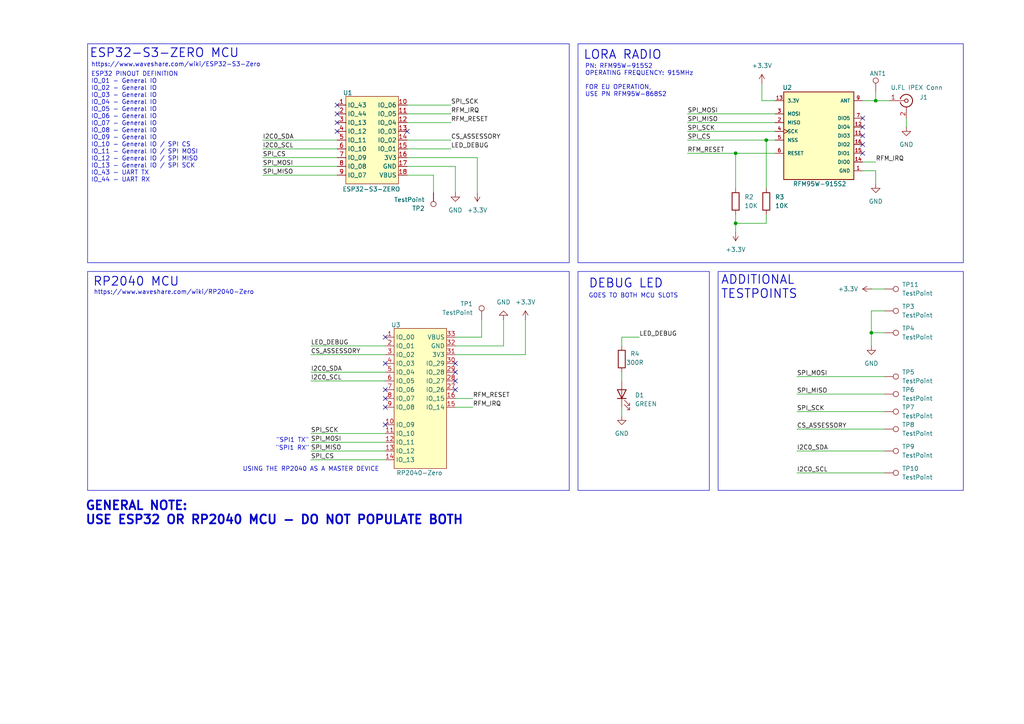
<source format=kicad_sch>
(kicad_sch (version 20250114) (generator "eeschema") (generator_version "9.0")
  (paper "A4")
  (title_block (title "Retia LoRa Nibble - Dual Micro") (date "2025-07-26") (rev "01") (company "Retia.io"))
  (lib_symbols
    (symbol "Connector:Conn_Coaxial" (pin_names (offset 1.016) (hide yes))
      (property "Reference" "J" (at 0.254 3.048 0))
      (property "Value" "Conn_Coaxial" (at 2.921 0 90))
      (symbol "Conn_Coaxial_0_1"
        (polyline (pts (xy -2.54 0) (xy -0.508 0)))
        (arc (start 1.778 0) (mid 0.222 -1.8079) (end -1.778 -0.508) (stroke (width 0.254)))
        (arc (start -1.778 0.508) (mid 0.2221 1.8084) (end 1.778 0) (stroke (width 0.254)))
        (circle (center 0 0) (radius 0.508) (stroke (width 0.2032)))
        (polyline (pts (xy 0 -2.54) (xy 0 -1.778)))
      )
      (symbol "Conn_Coaxial_1_1"
        (pin passive line (at -5.08 0 0) (length 2.54) (name "In") (number "1"))
        (pin passive line (at 0 -5.08 90) (length 2.54) (name "Ext") (number "2"))
      )
    )
    (symbol "Connector:TestPoint" (pin_numbers (hide yes)) (pin_names (offset 0.762) (hide yes))
      (property "Reference" "TP" (at 0 6.858 0))
      (property "Value" "TestPoint" (at 0 5.08 0))
      (symbol "TestPoint_0_1"
        (circle (center 0 3.302) (radius 0.762))
      )
      (symbol "TestPoint_1_1"
        (pin passive line (at 0 0 90) (length 2.54) (name "1") (number "1"))
      )
    )
    (symbol "Device:LED" (pin_numbers (hide yes)) (pin_names (offset 1.016) (hide yes))
      (property "Reference" "D" (at 0 2.54 0))
      (property "Value" "LED" (at 0 -2.54 0))
      (symbol "LED_0_1"
        (polyline (pts (xy -3.048 -0.762) (xy -4.572 -2.286) (xy -3.81 -2.286) (xy -4.572 -2.286) (xy -4.572 -1.524)))
        (polyline (pts (xy -1.778 -0.762) (xy -3.302 -2.286) (xy -2.54 -2.286) (xy -3.302 -2.286) (xy -3.302 -1.524)))
        (polyline (pts (xy -1.27 0) (xy 1.27 0)))
        (polyline (pts (xy -1.27 -1.27) (xy -1.27 1.27)) (stroke (width 0.254)))
        (polyline (pts (xy 1.27 -1.27) (xy 1.27 1.27) (xy -1.27 0) (xy 1.27 -1.27)) (stroke (width 0.254)))
      )
      (symbol "LED_1_1"
        (pin passive line (at -3.81 0 0) (length 2.54) (name "K") (number "1"))
        (pin passive line (at 3.81 0 180) (length 2.54) (name "A") (number "2"))
      )
    )
    (symbol "Device:R" (pin_numbers (hide yes)) (pin_names (offset 0))
      (property "Reference" "R" (at 2.032 0 90))
      (property "Value" "R" (at 0 0 90))
      (symbol "R_0_1"
        (rectangle (start -1.016 -2.54) (end 1.016 2.54) (stroke (width 0.254)))
      )
      (symbol "R_1_1"
        (pin passive line (at 0 3.81 270) (length 1.27) (name "~") (number "1"))
        (pin passive line (at 0 -3.81 90) (length 1.27) (name "~") (number "2"))
      )
    )
    (symbol "power:+3.3V" (power) (pin_numbers (hide yes)) (pin_names (offset 0) (hide yes))
      (property "Value" "+3.3V" (at 0 3.556 0))
      (symbol "+3.3V_0_1"
        (polyline (pts (xy -0.762 1.27) (xy 0 2.54)))
        (polyline (pts (xy 0 2.54) (xy 0.762 1.27)))
        (polyline (pts (xy 0 0) (xy 0 2.54)))
      )
      (symbol "+3.3V_1_1"
        (pin power_in line (at 0 0 90) (length 0) (name "~") (number "1"))
      )
    )
    (symbol "power:GND" (power) (pin_numbers (hide yes)) (pin_names (offset 0) (hide yes))
      (property "Value" "GND" (at 0 -3.81 0))
      (symbol "GND_0_1"
        (polyline (pts (xy 0 0) (xy 0 -1.27) (xy 1.27 -1.27) (xy 0 -2.54) (xy -1.27 -1.27) (xy 0 -1.27)))
      )
      (symbol "GND_1_1"
        (pin power_in line (at 0 0 270) (length 0) (name "~") (number "1"))
      )
    )
    (symbol "retia_component_library:rfsolutions_RFM95W-915S2" (pin_names (offset 1.016))
      (property "Reference" "U" (at -11.684 23.622 0))
      (property "Value" "RFM95W-915S2" (at -11.176 -2.032 0))
      (symbol "rfsolutions_RFM95W-915S2_0_0"
        (rectangle (start -11.43 22.86) (end 8.89 -2.54) (stroke (width 0.254)) (fill (type background)))
      )
      (symbol "rfsolutions_RFM95W-915S2_1_0"
        (pin power_in line (at -13.97 20.32 0) (length 2.54) (name "3.3V") (number "13"))
        (pin output line (at -13.97 16.51 0) (length 2.54) (name "MOSI") (number "3"))
        (pin input line (at -13.97 13.97 0) (length 2.54) (name "MISO") (number "2"))
        (pin input clock (at -13.97 11.43 0) (length 2.54) (name "SCK") (number "4"))
        (pin input line (at -13.97 8.89 0) (length 2.54) (name "NSS") (number "5"))
        (pin bidirectional line (at -13.97 5.08 0) (length 2.54) (name "RESET") (number "6"))
        (pin bidirectional line (at 11.43 20.32 180) (length 2.54) (name "ANT") (number "9"))
        (pin bidirectional line (at 11.43 15.24 180) (length 2.54) (name "DIO5") (number "7"))
        (pin bidirectional line (at 11.43 12.7 180) (length 2.54) (name "DIO4") (number "12"))
        (pin bidirectional line (at 11.43 10.16 180) (length 2.54) (name "DIO3") (number "11"))
        (pin bidirectional line (at 11.43 7.62 180) (length 2.54) (name "DIO2") (number "16"))
        (pin bidirectional line (at 11.43 5.08 180) (length 2.54) (name "DIO1") (number "15"))
        (pin bidirectional line (at 11.43 2.54 180) (length 2.54) (name "DIO0") (number "14"))
        (pin power_in line (at 11.43 0 180) (length 2.54) (name "GND") (number "1"))
        (pin power_in line (at 11.43 0 180) (length 2.54) (hide yes) (name "GND") (number "10"))
        (pin power_in line (at 11.43 0 180) (length 2.54) (hide yes) (name "GND") (number "8"))
      )
    )
    (symbol "retia_component_library:waveshare_esp32_s3_zero"
      (property "Reference" "U" (at -7.112 13.716 0))
      (property "Value" "ESP32-S3-ZERO" (at 0.254 -13.97 0))
      (symbol "waveshare_esp32_s3_zero_1_1"
        (rectangle (start -7.62 12.7) (end 7.62 -12.7) (fill (type background)))
        (pin input line (at -10.16 10.16 0) (length 2.54) (name "IO_43") (number "1"))
        (pin input line (at -10.16 7.62 0) (length 2.54) (name "IO_44") (number "2"))
        (pin input line (at -10.16 5.08 0) (length 2.54) (name "IO_13") (number "3"))
        (pin input line (at -10.16 2.54 0) (length 2.54) (name "IO_12") (number "4"))
        (pin input line (at -10.16 0 0) (length 2.54) (name "IO_11") (number "5"))
        (pin input line (at -10.16 -2.54 0) (length 2.54) (name "IO_10") (number "6"))
        (pin input line (at -10.16 -5.08 0) (length 2.54) (name "IO_09") (number "7"))
        (pin input line (at -10.16 -7.62 0) (length 2.54) (name "IO_08") (number "8"))
        (pin input line (at -10.16 -10.16 0) (length 2.54) (name "IO_07") (number "9"))
        (pin input line (at 10.16 10.16 180) (length 2.54) (name "IO_06") (number "10"))
        (pin input line (at 10.16 7.62 180) (length 2.54) (name "IO_05") (number "11"))
        (pin input line (at 10.16 5.08 180) (length 2.54) (name "IO_04") (number "12"))
        (pin input line (at 10.16 2.54 180) (length 2.54) (name "IO_03") (number "13"))
        (pin input line (at 10.16 0 180) (length 2.54) (name "IO_02") (number "14"))
        (pin input line (at 10.16 -2.54 180) (length 2.54) (name "IO_01") (number "15"))
        (pin input line (at 10.16 -5.08 180) (length 2.54) (name "3V3") (number "16"))
        (pin input line (at 10.16 -7.62 180) (length 2.54) (name "GND") (number "17"))
        (pin input line (at 10.16 -10.16 180) (length 2.54) (name "VBUS") (number "18"))
      )
    )
    (symbol "retia_component_library:waveshare_rp2040_zero"
      (property "Reference" "U" (at -7.112 13.716 0))
      (property "Value" "RP2040-Zero" (at 0.254 -29.21 0))
      (symbol "waveshare_rp2040_zero_1_1"
        (rectangle (start -7.62 12.7) (end 7.62 -27.94) (fill (type background)))
        (pin input line (at -10.16 10.16 0) (length 2.54) (name "IO_00") (number "1"))
        (pin input line (at -10.16 7.62 0) (length 2.54) (name "IO_01") (number "2"))
        (pin input line (at -10.16 5.08 0) (length 2.54) (name "IO_02") (number "3"))
        (pin input line (at -10.16 2.54 0) (length 2.54) (name "IO_03") (number "4"))
        (pin input line (at -10.16 0 0) (length 2.54) (name "IO_04") (number "5"))
        (pin input line (at -10.16 -2.54 0) (length 2.54) (name "IO_05") (number "6"))
        (pin input line (at -10.16 -5.08 0) (length 2.54) (name "IO_06") (number "7"))
        (pin input line (at -10.16 -7.62 0) (length 2.54) (name "IO_07") (number "8"))
        (pin input line (at -10.16 -10.16 0) (length 2.54) (name "IO_08") (number "9"))
        (pin input line (at -10.16 -15.24 0) (length 2.54) (name "IO_09") (number "10"))
        (pin input line (at -10.16 -17.78 0) (length 2.54) (name "IO_10") (number "11"))
        (pin input line (at -10.16 -20.32 0) (length 2.54) (name "IO_11") (number "12"))
        (pin input line (at -10.16 -22.86 0) (length 2.54) (name "IO_12") (number "13"))
        (pin input line (at -10.16 -25.4 0) (length 2.54) (name "IO_13") (number "14"))
        (pin input line (at 10.16 10.16 180) (length 2.54) (name "VBUS") (number "33"))
        (pin input line (at 10.16 7.62 180) (length 2.54) (name "GND") (number "32"))
        (pin input line (at 10.16 5.08 180) (length 2.54) (name "3V3") (number "31"))
        (pin input line (at 10.16 2.54 180) (length 2.54) (name "IO_29") (number "30"))
        (pin input line (at 10.16 0 180) (length 2.54) (name "IO_28") (number "29"))
        (pin input line (at 10.16 -2.54 180) (length 2.54) (name "IO_27") (number "28"))
        (pin input line (at 10.16 -5.08 180) (length 2.54) (name "IO_26") (number "27"))
        (pin input line (at 10.16 -7.62 180) (length 2.54) (name "IO_15") (number "16"))
        (pin input line (at 10.16 -10.16 180) (length 2.54) (name "IO_14") (number "15"))
      )
    )
  )
  (rectangle (start 167.64 12.7) (end 279.4 76.2))
  (rectangle (start 167.64 78.74) (end 205.74 142.24))
  (rectangle (start 208.28 78.74) (end 279.4 142.24))
  (rectangle (start 25.4 78.74) (end 165.1 142.24))
  (rectangle (start 25.4 12.7) (end 165.1 76.2))
  (text "PN: RFM95W-915S2\nOPERATING FREQUENCY: 915MHz\n\nFOR EU OPERATION,\nUSE PN RFM95W-868S2" (at 169.672 23.368 0) (effects (font (size 1.27 1.27)) (justify left)))
  (text "RP2040 MCU" (at 26.924 81.788 0) (effects (font (size 2.54 2.54) (thickness 0.254) (bold yes)) (justify left)))
  (text "ESP32-S3-ZERO MCU" (at 25.908 15.494 0) (effects (font (size 2.54 2.54) (thickness 0.254) (bold yes)) (justify left)))
  (text "GOES TO BOTH MCU SLOTS" (at 170.688 85.852 0) (effects (font (size 1.27 1.27)) (justify left)))
  (text "ADDITIONAL \nTESTPOINTS" (at 209.042 83.312 0) (effects (font (size 2.54 2.54) (thickness 0.254) (bold yes)) (justify left)))
  (text "DEBUG LED" (at 170.688 82.296 0) (effects (font (size 2.54 2.54) (thickness 0.254) (bold yes)) (justify left)))
  (text "\"SPI1 TX\"" (at 84.836 127.762 0) (effects (font (size 1.27 1.27))))
  (text "LORA RADIO" (at 169.164 16.002 0) (effects (font (size 2.54 2.54) (thickness 0.254) (bold yes)) (justify left)))
  (text "\"SPI1 RX\"" (at 84.836 130.048 0) (effects (font (size 1.27 1.27))))
  (text "https://www.waveshare.com/wiki/RP2040-Zero" (at 27.178 84.836 0) (effects (font (size 1.27 1.27)) (justify left)))
  (text "USING THE RP2040 AS A MASTER DEVICE" (at 90.17 136.144 0) (effects (font (size 1.27 1.27))))
  (text "https://www.waveshare.com/wiki/ESP32-S3-Zero" (at 26.416 18.796 0) (effects (font (size 1.27 1.27)) (justify left)))
  (text "ESP32 PINOUT DEFINITION\nIO_01 - General IO\nIO_02 - General IO\nIO_03 - General IO\nIO_04 - General IO\nIO_05 - General IO\nIO_06 - General IO\nIO_07 - General IO\nIO_08 - General IO\nIO_09 - General IO\nIO_10 - General IO / SPI CS\nIO_11 - General IO / SPI MOSI\nIO_12 - General IO / SPI MISO\nIO_13 - General IO / SPI SCK\nIO_43 - UART TX\nIO_44 - UART RX" (at 26.416 20.828 0) (effects (font (size 1.27 1.27)) (justify left top)))
  (text "GENERAL NOTE:\nUSE ESP32 OR RP2040 MCU - DO NOT POPULATE BOTH" (at 24.638 148.844 0) (effects (font (size 2.54 2.54) (thickness 0.508) (bold yes)) (justify left)))
  (junction (at 254 29.21))
  (junction (at 213.36 44.45))
  (junction (at 222.25 40.64))
  (junction (at 252.73 96.52))
  (junction (at 213.36 64.77))
  (no_connect (at 118.11 38.1))
  (no_connect (at 111.76 115.57))
  (no_connect (at 111.76 97.79))
  (no_connect (at 250.19 34.29))
  (no_connect (at 111.76 113.03))
  (no_connect (at 97.79 38.1))
  (no_connect (at 111.76 105.41))
  (no_connect (at 132.08 107.95))
  (no_connect (at 132.08 110.49))
  (no_connect (at 250.19 36.83))
  (no_connect (at 97.79 33.02))
  (no_connect (at 132.08 113.03))
  (no_connect (at 111.76 123.19))
  (no_connect (at 250.19 41.91))
  (no_connect (at 250.19 44.45))
  (no_connect (at 97.79 35.56))
  (no_connect (at 97.79 30.48))
  (no_connect (at 111.76 118.11))
  (no_connect (at 132.08 105.41))
  (no_connect (at 250.19 39.37))
  (wire (pts (xy 199.39 40.64) (xy 222.25 40.64)))
  (wire (pts (xy 254 29.21) (xy 257.81 29.21)))
  (wire (pts (xy 199.39 33.02) (xy 224.79 33.02)))
  (wire (pts (xy 111.76 102.87) (xy 90.17 102.87)))
  (wire (pts (xy 213.36 64.77) (xy 222.25 64.77)))
  (wire (pts (xy 111.76 100.33) (xy 90.17 100.33)))
  (wire (pts (xy 146.05 92.71) (xy 146.05 100.33)))
  (wire (pts (xy 213.36 62.23) (xy 213.36 64.77)))
  (wire (pts (xy 222.25 40.64) (xy 222.25 54.61)))
  (wire (pts (xy 118.11 40.64) (xy 130.81 40.64)))
  (wire (pts (xy 118.11 35.56) (xy 130.81 35.56)))
  (wire (pts (xy 254 49.53) (xy 250.19 49.53)))
  (wire (pts (xy 90.17 107.95) (xy 111.76 107.95)))
  (wire (pts (xy 231.14 130.81) (xy 256.54 130.81)))
  (wire (pts (xy 252.73 96.52) (xy 252.73 90.17)))
  (wire (pts (xy 76.2 40.64) (xy 97.79 40.64)))
  (wire (pts (xy 180.34 100.33) (xy 180.34 97.79)))
  (wire (pts (xy 213.36 64.77) (xy 213.36 67.31)))
  (wire (pts (xy 224.79 29.21) (xy 220.98 29.21)))
  (wire (pts (xy 254 26.67) (xy 254 29.21)))
  (wire (pts (xy 90.17 125.73) (xy 111.76 125.73)))
  (wire (pts (xy 231.14 137.16) (xy 256.54 137.16)))
  (wire (pts (xy 222.25 40.64) (xy 224.79 40.64)))
  (wire (pts (xy 180.34 107.95) (xy 180.34 110.49)))
  (wire (pts (xy 180.34 97.79) (xy 185.42 97.79)))
  (wire (pts (xy 213.36 44.45) (xy 224.79 44.45)))
  (wire (pts (xy 139.7 97.79) (xy 132.08 97.79)))
  (wire (pts (xy 152.4 102.87) (xy 152.4 92.71)))
  (wire (pts (xy 76.2 45.72) (xy 97.79 45.72)))
  (wire (pts (xy 132.08 118.11) (xy 137.16 118.11)))
  (wire (pts (xy 146.05 100.33) (xy 132.08 100.33)))
  (wire (pts (xy 118.11 48.26) (xy 132.08 48.26)))
  (wire (pts (xy 252.73 90.17) (xy 256.54 90.17)))
  (wire (pts (xy 252.73 96.52) (xy 256.54 96.52)))
  (wire (pts (xy 220.98 29.21) (xy 220.98 24.13)))
  (wire (pts (xy 138.43 45.72) (xy 118.11 45.72)))
  (wire (pts (xy 118.11 43.18) (xy 130.81 43.18)))
  (wire (pts (xy 132.08 102.87) (xy 152.4 102.87)))
  (wire (pts (xy 231.14 119.38) (xy 256.54 119.38)))
  (wire (pts (xy 76.2 48.26) (xy 97.79 48.26)))
  (wire (pts (xy 132.08 48.26) (xy 132.08 55.88)))
  (wire (pts (xy 125.73 50.8) (xy 118.11 50.8)))
  (wire (pts (xy 252.73 100.33) (xy 252.73 96.52)))
  (wire (pts (xy 199.39 38.1) (xy 224.79 38.1)))
  (wire (pts (xy 139.7 92.71) (xy 139.7 97.79)))
  (wire (pts (xy 199.39 44.45) (xy 213.36 44.45)))
  (wire (pts (xy 132.08 115.57) (xy 137.16 115.57)))
  (wire (pts (xy 76.2 43.18) (xy 97.79 43.18)))
  (wire (pts (xy 250.19 46.99) (xy 254 46.99)))
  (wire (pts (xy 90.17 130.81) (xy 111.76 130.81)))
  (wire (pts (xy 90.17 133.35) (xy 111.76 133.35)))
  (wire (pts (xy 254 53.34) (xy 254 49.53)))
  (wire (pts (xy 199.39 35.56) (xy 224.79 35.56)))
  (wire (pts (xy 180.34 118.11) (xy 180.34 120.65)))
  (wire (pts (xy 231.14 114.3) (xy 256.54 114.3)))
  (wire (pts (xy 250.19 29.21) (xy 254 29.21)))
  (wire (pts (xy 138.43 55.88) (xy 138.43 45.72)))
  (wire (pts (xy 125.73 55.88) (xy 125.73 50.8)))
  (wire (pts (xy 118.11 33.02) (xy 130.81 33.02)))
  (wire (pts (xy 76.2 50.8) (xy 97.79 50.8)))
  (wire (pts (xy 90.17 128.27) (xy 111.76 128.27)))
  (wire (pts (xy 90.17 110.49) (xy 111.76 110.49)))
  (wire (pts (xy 231.14 109.22) (xy 256.54 109.22)))
  (wire (pts (xy 118.11 30.48) (xy 130.81 30.48)))
  (wire (pts (xy 231.14 124.46) (xy 256.54 124.46)))
  (wire (pts (xy 213.36 44.45) (xy 213.36 54.61)))
  (wire (pts (xy 262.89 34.29) (xy 262.89 36.83)))
  (wire (pts (xy 252.73 83.82) (xy 256.54 83.82)))
  (wire (pts (xy 222.25 62.23) (xy 222.25 64.77)))
  (label "RFM_RESET" (at 199.39 44.45 0))
  (label "SPI_MOSI" (at 199.39 33.02 0))
  (label "SPI_MISO" (at 231.14 114.3 0))
  (label "RFM_IRQ" (at 254 46.99 0))
  (label "CS_ASSESSORY" (at 130.81 40.64 0))
  (label "RFM_RESET" (at 137.16 115.57 0))
  (label "LED_DEBUG" (at 185.42 97.79 0))
  (label "I2C0_SDA" (at 231.14 130.81 0))
  (label "SPI_CS" (at 199.39 40.64 0))
  (label "SPI_SCK" (at 231.14 119.38 0))
  (label "I2C0_SCL" (at 76.2 43.18 0))
  (label "SPI_SCK" (at 130.81 30.48 0))
  (label "RFM_IRQ" (at 130.81 33.02 0))
  (label "SPI_CS" (at 90.17 133.35 0))
  (label "SPI_MISO" (at 90.17 130.81 0))
  (label "SPI_MISO" (at 76.2 50.8 0))
  (label "SPI_SCK" (at 90.17 125.73 0))
  (label "LED_DEBUG" (at 130.81 43.18 0))
  (label "SPI_MISO" (at 199.39 35.56 0))
  (label "CS_ASSESSORY" (at 90.17 102.87 0))
  (label "I2C0_SDA" (at 76.2 40.64 0))
  (label "SPI_MOSI" (at 76.2 48.26 0))
  (label "SPI_MOSI" (at 90.17 128.27 0))
  (label "RFM_RESET" (at 130.81 35.56 0))
  (label "SPI_SCK" (at 199.39 38.1 0))
  (label "SPI_CS" (at 76.2 45.72 0))
  (label "I2C0_SCL" (at 231.14 137.16 0))
  (label "I2C0_SDA" (at 90.17 107.95 0))
  (label "RFM_IRQ" (at 137.16 118.11 0))
  (label "I2C0_SCL" (at 90.17 110.49 0))
  (label "CS_ASSESSORY" (at 231.14 124.46 0))
  (label "LED_DEBUG" (at 90.17 100.33 0))
  (label "SPI_MOSI" (at 231.14 109.22 0))
  (symbol (lib_id "power:+3.3V") (at 220.98 24.13 0) (unit 1)
    (property "Reference" "#PWR04" (effects (hide yes)))
    (property "Value" "+3.3V" (at 220.98 19.05 0))
    (property "Description" "Power symbol creates a global label with name \"+3.3V\"" (effects (hide yes)))
  )
  (symbol (lib_id "Connector:TestPoint") (at 254 26.67 0) (unit 1) (in_bom no)
    (property "Reference" "ANT1" (at 252.222 21.336 0) (effects (justify left)))
    (property "Value" "TestPoint" (effects (hide yes)))
    (property "Footprint" "TestPoint:TestPoint_THTPad_D2.0mm_Drill1.0mm" (effects (hide yes)))
    (property "Description" "test point" (effects (hide yes)))
  )
  (symbol (lib_id "power:GND") (at 146.05 92.71 180) (unit 1)
    (property "Reference" "#PWR010" (effects (hide yes)))
    (property "Value" "GND" (at 146.05 87.63 0))
    (property "Description" "Power symbol creates a global label with name \"GND\" , ground" (effects (hide yes)))
  )
  (symbol (lib_id "power:+3.3V") (at 138.43 55.88 180) (unit 1)
    (property "Reference" "#PWR03" (effects (hide yes)))
    (property "Value" "+3.3V" (at 138.43 60.96 0))
    (property "Description" "Power symbol creates a global label with name \"+3.3V\"" (effects (hide yes)))
  )
  (symbol (lib_id "Connector:TestPoint") (at 256.54 96.52 270) (unit 1)
    (property "Reference" "TP4" (at 261.62 95.2499 90) (effects (justify left)))
    (property "Value" "TestPoint" (at 261.62 97.7899 90) (effects (justify left)))
    (property "Footprint" "TestPoint:TestPoint_Pad_1.5x1.5mm" (effects (hide yes)))
    (property "Description" "test point" (effects (hide yes)))
  )
  (symbol (lib_id "power:GND") (at 180.34 120.65 0) (unit 1)
    (property "Reference" "#PWR09" (effects (hide yes)))
    (property "Value" "GND" (at 180.34 125.73 0))
    (property "Description" "Power symbol creates a global label with name \"GND\" , ground" (effects (hide yes)))
  )
  (symbol (lib_id "power:+3.3V") (at 252.73 83.82 90) (unit 1)
    (property "Reference" "#PWR06" (effects (hide yes)))
    (property "Value" "+3.3V" (at 248.92 83.8199 90) (effects (justify left)))
    (property "Description" "Power symbol creates a global label with name \"+3.3V\"" (effects (hide yes)))
  )
  (symbol (lib_id "Connector:TestPoint") (at 256.54 114.3 270) (unit 1)
    (property "Reference" "TP6" (at 261.62 113.0299 90) (effects (justify left)))
    (property "Value" "TestPoint" (at 261.62 115.5699 90) (effects (justify left)))
    (property "Footprint" "TestPoint:TestPoint_Pad_1.5x1.5mm" (effects (hide yes)))
    (property "Description" "test point" (effects (hide yes)))
  )
  (symbol (lib_id "retia_component_library:waveshare_rp2040_zero") (at 121.92 107.95 0) (unit 1)
    (property "Reference" "U3" (at 114.808 94.234 0))
    (property "Value" "RP2040-Zero" (at 121.666 137.16 0))
    (property "Footprint" "retia_component_library:waveshare_rp2040_zero" (effects (hide yes)))
  )
  (symbol (lib_id "Connector:TestPoint") (at 256.54 130.81 270) (unit 1)
    (property "Reference" "TP9" (at 261.62 129.5399 90) (effects (justify left)))
    (property "Value" "TestPoint" (at 261.62 132.0799 90) (effects (justify left)))
    (property "Footprint" "TestPoint:TestPoint_Pad_1.5x1.5mm" (effects (hide yes)))
    (property "Description" "test point" (effects (hide yes)))
  )
  (symbol (lib_id "Device:R") (at 213.36 58.42 0) (unit 1)
    (property "Reference" "R2" (at 215.9 57.1499 0) (effects (justify left)))
    (property "Value" "10K" (at 215.9 59.6899 0) (effects (justify left)))
    (property "Footprint" "Resistor_SMD:R_1206_3216Metric_Pad1.30x1.75mm_HandSolder" (effects (hide yes)))
    (property "Description" "Resistor" (effects (hide yes)))
    (property "MF" "YAGEO" (effects (hide yes)))
    (property "MF PN" "RC1206FR-0710KL" (effects (hide yes)))
    (property "LCSC Part #" "C132649" (effects (hide yes)))
  )
  (symbol (lib_id "Device:R") (at 222.25 58.42 0) (unit 1)
    (property "Reference" "R3" (at 224.79 57.1499 0) (effects (justify left)))
    (property "Value" "10K" (at 224.79 59.6899 0) (effects (justify left)))
    (property "Footprint" "Resistor_SMD:R_1206_3216Metric_Pad1.30x1.75mm_HandSolder" (effects (hide yes)))
    (property "Description" "Resistor" (effects (hide yes)))
    (property "PN" "RC0805FR-0710KL" (effects (hide yes)))
    (property "Vendor" "LCSC" (effects (hide yes)))
    (property "MF" "YAGEO" (effects (hide yes)))
    (property "MF PN" "RC0603FR-0710KL" (effects (hide yes)))
    (property "LCSC Part #" "C98220" (effects (hide yes)))
  )
  (symbol (lib_id "Connector:TestPoint") (at 256.54 124.46 270) (unit 1)
    (property "Reference" "TP8" (at 261.62 123.1899 90) (effects (justify left)))
    (property "Value" "TestPoint" (at 261.62 125.7299 90) (effects (justify left)))
    (property "Footprint" "TestPoint:TestPoint_Pad_1.5x1.5mm" (effects (hide yes)))
    (property "Description" "test point" (effects (hide yes)))
  )
  (symbol (lib_id "power:+3.3V") (at 213.36 67.31 180) (unit 1)
    (property "Reference" "#PWR07" (effects (hide yes)))
    (property "Value" "+3.3V" (at 213.36 72.39 0))
    (property "Description" "Power symbol creates a global label with name \"+3.3V\"" (effects (hide yes)))
  )
  (symbol (lib_id "power:GND") (at 252.73 100.33 0) (unit 1)
    (property "Reference" "#PWR02" (effects (hide yes)))
    (property "Value" "GND" (at 252.73 105.41 0))
    (property "Description" "Power symbol creates a global label with name \"GND\" , ground" (effects (hide yes)))
  )
  (symbol (lib_id "Connector:TestPoint") (at 256.54 109.22 270) (unit 1)
    (property "Reference" "TP5" (at 261.62 107.9499 90) (effects (justify left)))
    (property "Value" "TestPoint" (at 261.62 110.4899 90) (effects (justify left)))
    (property "Footprint" "TestPoint:TestPoint_Pad_1.5x1.5mm" (effects (hide yes)))
    (property "Description" "test point" (effects (hide yes)))
  )
  (symbol (lib_id "retia_component_library:waveshare_esp32_s3_zero") (at 107.95 40.64 0) (unit 1)
    (property "Reference" "U1" (at 100.838 26.924 0))
    (property "Value" "ESP32-S3-ZERO" (at 107.696 54.864 0))
    (property "Footprint" "retia_component_library:waveshare_esp32_s3_smt&tht" (effects (hide yes)))
  )
  (symbol (lib_id "Connector:TestPoint") (at 256.54 119.38 270) (unit 1)
    (property "Reference" "TP7" (at 261.62 118.1099 90) (effects (justify left)))
    (property "Value" "TestPoint" (at 261.62 120.6499 90) (effects (justify left)))
    (property "Footprint" "TestPoint:TestPoint_Pad_1.5x1.5mm" (effects (hide yes)))
    (property "Description" "test point" (effects (hide yes)))
  )
  (symbol (lib_id "power:GND") (at 254 53.34 0) (unit 1)
    (property "Reference" "#PWR05" (effects (hide yes)))
    (property "Value" "GND" (at 254 58.42 0))
    (property "Description" "Power symbol creates a global label with name \"GND\" , ground" (effects (hide yes)))
  )
  (symbol (lib_id "Connector:TestPoint") (at 256.54 83.82 270) (unit 1)
    (property "Reference" "TP11" (at 261.62 82.5499 90) (effects (justify left)))
    (property "Value" "TestPoint" (at 261.62 85.0899 90) (effects (justify left)))
    (property "Footprint" "TestPoint:TestPoint_Pad_1.5x1.5mm" (effects (hide yes)))
    (property "Description" "test point" (effects (hide yes)))
  )
  (symbol (lib_id "Device:LED") (at 180.34 114.3 90) (unit 1)
    (property "Reference" "D1" (at 184.15 114.6174 90) (effects (justify right)))
    (property "Value" "GREEN" (at 184.15 117.1574 90) (effects (justify right)))
    (property "Footprint" "LED_THT:LED_D3.0mm" (effects (hide yes)))
    (property "Datasheet" "https://wmsc.lcsc.com/wmsc/upload/file/pdf/v2/lcsc/1810231510_Lite-On-LTST-C171KGKT_C98224.pdf" (effects (hide yes)))
    (property "Description" "20mA 35mcd Colorless transparent lens -55℃~+85℃ 571nm Yellow Green 130° 75mW 2V 0805 LED Indication - Discrete ROHS" (effects (hide yes)))
    (property "MF" "Lite-On" (effects (hide yes)))
    (property "MF PN" "LTST-C171KGKT" (effects (hide yes)))
    (property "LCSC Part #" "C98224" (effects (hide yes)))
    (property "Vendor" "LCSC" (effects (hide yes)))
  )
  (symbol (lib_id "retia_component_library:rfsolutions_RFM95W-915S2") (at 238.76 49.53 0) (unit 1)
    (property "Reference" "U2" (at 228.346 25.4 0))
    (property "Value" "RFM95W-915S2" (at 237.744 53.34 0))
    (property "Footprint" "retia_component_library:XCVR_RFM95W-915S2" (effects (hide yes)))
    (property "Datasheet" "https://www.rfsolutions.co.uk/downloads/1463993415RFM95_96_97_98W.pdf" (effects (hide yes)))
    (property "Description" "RFM95W LoRA Transceiver Module 915MHz" (effects (hide yes)))
    (property "MF PN" "RFM95W-915S2" (effects (hide yes)))
  )
  (symbol (lib_id "power:+3.3V") (at 152.4 92.71 0) (unit 1)
    (property "Reference" "#PWR011" (effects (hide yes)))
    (property "Value" "+3.3V" (at 152.4 87.63 0))
    (property "Description" "Power symbol creates a global label with name \"+3.3V\"" (effects (hide yes)))
  )
  (symbol (lib_id "Connector:TestPoint") (at 139.7 92.71 0) (mirror y) (unit 1)
    (property "Reference" "TP1" (at 137.16 88.1379 0) (effects (justify left)))
    (property "Value" "TestPoint" (at 137.16 90.6779 0) (effects (justify left)))
    (property "Footprint" "TestPoint:TestPoint_Pad_1.5x1.5mm" (effects (hide yes)))
    (property "Description" "test point" (effects (hide yes)))
  )
  (symbol (lib_id "power:GND") (at 262.89 36.83 0) (unit 1)
    (property "Reference" "#PWR08" (effects (hide yes)))
    (property "Value" "GND" (at 262.89 41.91 0))
    (property "Description" "Power symbol creates a global label with name \"GND\" , ground" (effects (hide yes)))
  )
  (symbol (lib_id "Connector:TestPoint") (at 256.54 90.17 270) (unit 1)
    (property "Reference" "TP3" (at 261.62 88.8999 90) (effects (justify left)))
    (property "Value" "TestPoint" (at 261.62 91.4399 90) (effects (justify left)))
    (property "Footprint" "TestPoint:TestPoint_Pad_1.5x1.5mm" (effects (hide yes)))
    (property "Description" "test point" (effects (hide yes)))
  )
  (symbol (lib_id "Connector:TestPoint") (at 256.54 137.16 270) (unit 1)
    (property "Reference" "TP10" (at 261.62 135.8899 90) (effects (justify left)))
    (property "Value" "TestPoint" (at 261.62 138.4299 90) (effects (justify left)))
    (property "Footprint" "TestPoint:TestPoint_Pad_1.5x1.5mm" (effects (hide yes)))
    (property "Description" "test point" (effects (hide yes)))
  )
  (symbol (lib_id "Device:R") (at 180.34 104.14 0) (mirror y) (unit 1)
    (property "Reference" "R4" (at 184.15 102.616 0))
    (property "Value" "300R" (at 184.15 105.156 0))
    (property "Footprint" "Resistor_SMD:R_1206_3216Metric_Pad1.30x1.75mm_HandSolder" (effects (hide yes)))
    (property "Description" "Resistor" (effects (hide yes)))
    (property "PN" "RC0805JR-07100RL" (effects (hide yes)))
    (property "Vendor" "LCSC" (effects (hide yes)))
    (property "MF" "YAGEO" (effects (hide yes)))
    (property "MF PN" "RC1206FR-07300RL" (effects (hide yes)))
    (property "LCSC Part #" "C137315" (effects (hide yes)))
  )
  (symbol (lib_id "Connector:Conn_Coaxial") (at 262.89 29.21 0) (unit 1)
    (property "Reference" "J1" (at 266.7 28.2331 0) (effects (justify left)))
    (property "Value" "U.FL IPEX Conn" (at 258.318 25.4 0) (effects (justify left)))
    (property "Footprint" "retia_component_library:LCSC_U.FL_Hirose_U.FL-R-SMT-1_Vertical" (effects (hide yes)))
    (property "Datasheet" " ~" (effects (hide yes)))
    (property "Description" "coaxial connector (BNC, SMA, SMB, SMC, Cinch/RCA, LEMO, ...)" (effects (hide yes)))
    (property "PN" "BWU.FL-IPEX1 " (effects (hide yes)))
    (property "Vendor" "LCSC" (effects (hide yes)))
    (property "MF" "BAT WIRELESS" (effects (hide yes)))
    (property "MF PN" "BWU.FL-IPEX1" (effects (hide yes)))
    (property "LCSC Part #" "C5137195" (effects (hide yes)))
  )
  (symbol (lib_id "Connector:TestPoint") (at 125.73 55.88 180) (unit 1)
    (property "Reference" "TP2" (at 123.19 60.4521 0) (effects (justify left)))
    (property "Value" "TestPoint" (at 123.19 57.9121 0) (effects (justify left)))
    (property "Footprint" "TestPoint:TestPoint_Pad_1.5x1.5mm" (effects (hide yes)))
    (property "Description" "test point" (effects (hide yes)))
  )
  (symbol (lib_id "power:GND") (at 132.08 55.88 0) (unit 1)
    (property "Reference" "#PWR01" (effects (hide yes)))
    (property "Value" "GND" (at 132.08 60.96 0))
    (property "Description" "Power symbol creates a global label with name \"GND\" , ground" (effects (hide yes)))
  )
)
</source>
